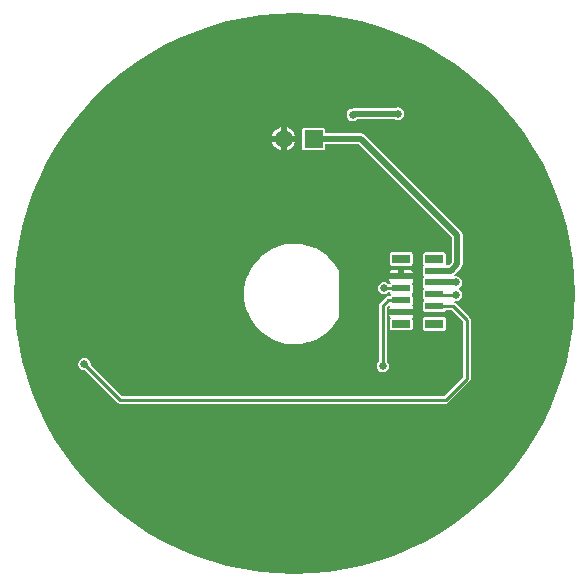
<source format=gbl>
G04 Layer_Physical_Order=2*
G04 Layer_Color=16711680*
%FSLAX25Y25*%
%MOIN*%
G70*
G01*
G75*
%ADD14C,0.01000*%
%ADD15C,0.02000*%
%ADD16C,0.05905*%
%ADD17R,0.05905X0.05905*%
%ADD18C,0.02500*%
%ADD19R,0.05905X0.02756*%
%ADD20R,0.05905X0.02362*%
%ADD21R,0.05905X0.03150*%
G36*
X5642Y93291D02*
X11263Y92780D01*
X16844Y91931D01*
X22362Y90746D01*
X27799Y89231D01*
X33135Y87389D01*
X38350Y85229D01*
X43425Y82758D01*
X48341Y79985D01*
X53081Y76921D01*
X57628Y73575D01*
X61964Y69962D01*
X66074Y66093D01*
X69943Y61983D01*
X73557Y57647D01*
X76902Y53100D01*
X79966Y48360D01*
X82739Y43444D01*
X85210Y38369D01*
X87370Y33154D01*
X89212Y27818D01*
X90727Y22381D01*
X91912Y16862D01*
X92761Y11282D01*
X93272Y5661D01*
X93441Y77D01*
X93429Y19D01*
X93441Y-39D01*
X93272Y-5623D01*
X92761Y-11244D01*
X91912Y-16825D01*
X90727Y-22343D01*
X89212Y-27781D01*
X87370Y-33116D01*
X85210Y-38331D01*
X82739Y-43406D01*
X79966Y-48322D01*
X76902Y-53063D01*
X73557Y-57609D01*
X69943Y-61945D01*
X66074Y-66055D01*
X61964Y-69924D01*
X57628Y-73538D01*
X53081Y-76883D01*
X48341Y-79948D01*
X43425Y-82720D01*
X38350Y-85191D01*
X33135Y-87352D01*
X27799Y-89193D01*
X22362Y-90709D01*
X16844Y-91893D01*
X11263Y-92742D01*
X5642Y-93253D01*
X58Y-93422D01*
X-0Y-93410D01*
X-58Y-93422D01*
X-5642Y-93253D01*
X-11263Y-92742D01*
X-16844Y-91893D01*
X-22362Y-90709D01*
X-27799Y-89193D01*
X-33135Y-87352D01*
X-38350Y-85191D01*
X-43425Y-82720D01*
X-48341Y-79948D01*
X-53082Y-76883D01*
X-57628Y-73538D01*
X-61964Y-69924D01*
X-66074Y-66055D01*
X-69943Y-61945D01*
X-73557Y-57609D01*
X-76902Y-53063D01*
X-79966Y-48322D01*
X-82739Y-43406D01*
X-85210Y-38331D01*
X-87370Y-33116D01*
X-89212Y-27781D01*
X-90727Y-22343D01*
X-91912Y-16825D01*
X-92761Y-11244D01*
X-93272Y-5623D01*
X-93441Y-39D01*
X-93429Y19D01*
X-93441Y77D01*
X-93272Y5661D01*
X-92761Y11282D01*
X-91912Y16862D01*
X-90727Y22381D01*
X-89212Y27818D01*
X-87370Y33154D01*
X-85210Y38369D01*
X-82739Y43444D01*
X-79966Y48360D01*
X-76902Y53100D01*
X-73557Y57647D01*
X-69943Y61983D01*
X-66074Y66093D01*
X-61964Y69962D01*
X-57628Y73575D01*
X-53082Y76921D01*
X-48341Y79985D01*
X-43425Y82758D01*
X-38350Y85229D01*
X-33135Y87389D01*
X-27799Y89231D01*
X-22362Y90746D01*
X-16844Y91931D01*
X-11263Y92780D01*
X-5642Y93291D01*
X-58Y93460D01*
X-0Y93448D01*
X58Y93460D01*
X5642Y93291D01*
D02*
G37*
%LPC*%
G36*
X34676Y7949D02*
X32724D01*
X32333Y7871D01*
X32003Y7650D01*
X31782Y7319D01*
X31704Y6929D01*
Y6748D01*
X34676D01*
Y7949D01*
D02*
G37*
G36*
X38629D02*
X36676D01*
Y6748D01*
X39649D01*
Y6929D01*
X39571Y7319D01*
X39350Y7650D01*
X39019Y7871D01*
X38629Y7949D01*
D02*
G37*
G36*
Y14044D02*
X32724D01*
X32412Y13982D01*
X32147Y13805D01*
X31970Y13541D01*
X31908Y13228D01*
Y10079D01*
X31970Y9767D01*
X32147Y9502D01*
X32412Y9325D01*
X32724Y9263D01*
X38629D01*
X38941Y9325D01*
X39206Y9502D01*
X39383Y9767D01*
X39445Y10079D01*
Y13228D01*
X39383Y13541D01*
X39206Y13805D01*
X38941Y13982D01*
X38629Y14044D01*
D02*
G37*
G36*
X49653Y-7609D02*
X43747D01*
X43435Y-7672D01*
X43170Y-7848D01*
X42994Y-8113D01*
X42932Y-8425D01*
Y-11575D01*
X42994Y-11887D01*
X43170Y-12152D01*
X43435Y-12328D01*
X43747Y-12391D01*
X49653D01*
X49965Y-12328D01*
X50230Y-12152D01*
X50406Y-11887D01*
X50468Y-11575D01*
Y-8425D01*
X50406Y-8113D01*
X50230Y-7848D01*
X49965Y-7672D01*
X49653Y-7609D01*
D02*
G37*
G36*
X39649Y-7063D02*
X35676D01*
X31704D01*
Y-7244D01*
X31782Y-7634D01*
X32003Y-7965D01*
X32139Y-8056D01*
X31970Y-8310D01*
X31908Y-8622D01*
Y-11378D01*
X31970Y-11690D01*
X32147Y-11955D01*
X32412Y-12132D01*
X32724Y-12194D01*
X38629D01*
X38941Y-12132D01*
X39206Y-11955D01*
X39383Y-11690D01*
X39445Y-11378D01*
Y-8622D01*
X39383Y-8310D01*
X39213Y-8056D01*
X39350Y-7965D01*
X39571Y-7634D01*
X39649Y-7244D01*
Y-7063D01*
D02*
G37*
G36*
X35676Y5748D02*
D01*
Y4748D01*
X31704D01*
Y4567D01*
X31782Y4177D01*
X31897Y4003D01*
X32089Y3670D01*
X31921Y3375D01*
X31387Y3364D01*
X31378Y3378D01*
X30700Y3831D01*
X29900Y3990D01*
X29100Y3831D01*
X28422Y3378D01*
X27969Y2700D01*
X27810Y1900D01*
X27969Y1100D01*
X28422Y422D01*
X29100Y-31D01*
X29900Y-190D01*
X30700Y-31D01*
X31378Y422D01*
X31435Y507D01*
X31935Y494D01*
X31970Y318D01*
X32147Y53D01*
Y-368D01*
X31970Y-633D01*
X31937Y-800D01*
X31374D01*
X30867Y-901D01*
X30437Y-1189D01*
X28563Y-3063D01*
X28275Y-3493D01*
X28174Y-4000D01*
Y-22520D01*
X28022Y-22622D01*
X27569Y-23300D01*
X27410Y-24100D01*
X27569Y-24900D01*
X28022Y-25578D01*
X28700Y-26031D01*
X29500Y-26190D01*
X30300Y-26031D01*
X30978Y-25578D01*
X31431Y-24900D01*
X31590Y-24100D01*
X31431Y-23300D01*
X30978Y-22622D01*
X30825Y-22520D01*
Y-4549D01*
X31260Y-4115D01*
X31550Y-4104D01*
X31843Y-4239D01*
X31868Y-4362D01*
X31782Y-4492D01*
X31704Y-4882D01*
Y-5063D01*
X35676D01*
X39649D01*
Y-4882D01*
X39571Y-4492D01*
X39455Y-4318D01*
X39206Y-3884D01*
X39383Y-3619D01*
X39445Y-3307D01*
Y-945D01*
X39383Y-633D01*
X39206Y-368D01*
Y53D01*
X39383Y318D01*
X39445Y630D01*
Y2992D01*
X39383Y3304D01*
X39206Y3569D01*
X39455Y4003D01*
X39571Y4177D01*
X39649Y4567D01*
Y4748D01*
X35676D01*
Y5748D01*
D02*
G37*
G36*
X9353Y55368D02*
X3447D01*
X3135Y55306D01*
X2871Y55129D01*
X2694Y54865D01*
X2632Y54553D01*
Y48647D01*
X2694Y48335D01*
X2871Y48070D01*
X3135Y47894D01*
X3447Y47832D01*
X9353D01*
X9665Y47894D01*
X9929Y48070D01*
X10106Y48335D01*
X10168Y48647D01*
Y49765D01*
X21440D01*
X52465Y18740D01*
Y10560D01*
X51456Y9552D01*
X50733D01*
X50597Y9723D01*
X50424Y10052D01*
X50468Y10276D01*
Y13032D01*
X50406Y13344D01*
X50230Y13608D01*
X49965Y13785D01*
X49653Y13847D01*
X43747D01*
X43435Y13785D01*
X43170Y13608D01*
X42994Y13344D01*
X42932Y13032D01*
Y10276D01*
X42994Y9963D01*
X42996Y9959D01*
X43130Y9587D01*
X42996Y9214D01*
X42994Y9210D01*
X42932Y8898D01*
Y6535D01*
X42994Y6223D01*
X43170Y5959D01*
Y5537D01*
X42994Y5273D01*
X42932Y4961D01*
Y2598D01*
X42994Y2286D01*
X43170Y2022D01*
Y1600D01*
X42994Y1336D01*
X42932Y1024D01*
Y-1339D01*
X42994Y-1651D01*
X43170Y-1915D01*
Y-2337D01*
X42994Y-2601D01*
X42932Y-2913D01*
Y-5276D01*
X42994Y-5588D01*
X43170Y-5852D01*
X43435Y-6029D01*
X43747Y-6091D01*
X49653D01*
X49965Y-6029D01*
X50230Y-5852D01*
X50406Y-5588D01*
X50440Y-5420D01*
X52245D01*
X56075Y-9249D01*
Y-27751D01*
X49851Y-33974D01*
X-57651D01*
X-67946Y-23680D01*
X-67910Y-23500D01*
X-68069Y-22700D01*
X-68522Y-22022D01*
X-69200Y-21569D01*
X-70000Y-21410D01*
X-70800Y-21569D01*
X-71478Y-22022D01*
X-71931Y-22700D01*
X-72090Y-23500D01*
X-71931Y-24300D01*
X-71478Y-24978D01*
X-70800Y-25431D01*
X-70000Y-25590D01*
X-69820Y-25554D01*
X-59137Y-36237D01*
X-58707Y-36525D01*
X-58200Y-36625D01*
X50400D01*
X50907Y-36525D01*
X51337Y-36237D01*
X58337Y-29237D01*
X58625Y-28807D01*
X58726Y-28300D01*
Y-8700D01*
X58625Y-8193D01*
X58337Y-7763D01*
X53732Y-3157D01*
X53439Y-2962D01*
X53302Y-2870D01*
X53423Y-2395D01*
X53581Y-2427D01*
X53900Y-2490D01*
X54700Y-2331D01*
X55378Y-1878D01*
X55831Y-1200D01*
X55990Y-400D01*
X55831Y400D01*
X55378Y1078D01*
X54863Y1422D01*
X54853Y1448D01*
Y1952D01*
X54863Y1978D01*
X55378Y2322D01*
X55831Y3000D01*
X55990Y3800D01*
X55831Y4600D01*
X55378Y5278D01*
X54700Y5731D01*
X53900Y5890D01*
X53506Y5812D01*
X53311Y6283D01*
X53514Y6419D01*
X55598Y8502D01*
X55996Y9098D01*
X56135Y9800D01*
Y19500D01*
X55996Y20202D01*
X55598Y20798D01*
X23498Y52898D01*
X22902Y53296D01*
X22200Y53435D01*
X10168D01*
Y54553D01*
X10106Y54865D01*
X9929Y55129D01*
X9665Y55306D01*
X9353Y55368D01*
D02*
G37*
G36*
X-4600Y55455D02*
X-4632Y55451D01*
X-5593Y55053D01*
X-6419Y54419D01*
X-7053Y53593D01*
X-7451Y52632D01*
X-7455Y52600D01*
X-4600D01*
Y55455D01*
D02*
G37*
G36*
X-2600Y55455D02*
Y52600D01*
X255D01*
X251Y52632D01*
X-147Y53593D01*
X-781Y54419D01*
X-1607Y55053D01*
X-2568Y55451D01*
X-2600Y55455D01*
D02*
G37*
G36*
X34500Y62090D02*
X33700Y61931D01*
X33557Y61835D01*
X19900D01*
X19198Y61696D01*
X19058Y61602D01*
X18700Y61531D01*
X18022Y61078D01*
X17569Y60400D01*
X17410Y59600D01*
X17569Y58800D01*
X18022Y58122D01*
X18700Y57669D01*
X19500Y57510D01*
X20300Y57669D01*
X20978Y58122D01*
X21007Y58165D01*
X33557D01*
X33700Y58069D01*
X34500Y57910D01*
X35300Y58069D01*
X35978Y58522D01*
X36431Y59200D01*
X36590Y60000D01*
X36431Y60800D01*
X35978Y61478D01*
X35300Y61931D01*
X34500Y62090D01*
D02*
G37*
G36*
X-139Y16663D02*
X-200Y16655D01*
X-260Y16661D01*
X-2616Y16455D01*
X-2674Y16439D01*
X-2735Y16436D01*
X-5034Y15884D01*
X-5090Y15859D01*
X-5149Y15847D01*
X-7342Y14961D01*
X-7393Y14928D01*
X-7450Y14908D01*
X-9487Y13708D01*
X-9533Y13667D01*
X-9587Y13639D01*
X-11424Y12150D01*
X-11463Y12103D01*
X-11512Y12067D01*
X-13109Y10323D01*
X-13140Y10271D01*
X-13184Y10228D01*
X-14505Y8268D01*
X-14529Y8212D01*
X-14565Y8163D01*
X-15582Y6028D01*
X-15597Y5969D01*
X-15626Y5915D01*
X-16316Y3654D01*
X-16322Y3593D01*
X-16342Y3536D01*
X-16691Y1197D01*
X-16688Y1136D01*
X-16699Y1077D01*
X-16698Y-1288D01*
X-16686Y-1348D01*
X-16689Y-1409D01*
X-16337Y-3747D01*
X-16317Y-3804D01*
X-16310Y-3865D01*
X-15617Y-6125D01*
X-15588Y-6179D01*
X-15573Y-6238D01*
X-14553Y-8371D01*
X-14517Y-8420D01*
X-14493Y-8476D01*
X-13169Y-10435D01*
X-13126Y-10478D01*
X-13094Y-10530D01*
X-11495Y-12271D01*
X-11445Y-12307D01*
X-11406Y-12354D01*
X-9567Y-13840D01*
X-9513Y-13868D01*
X-9467Y-13909D01*
X-7429Y-15106D01*
X-7371Y-15126D01*
X-7320Y-15159D01*
X-5127Y-16042D01*
X-5067Y-16054D01*
X-5011Y-16079D01*
X-2711Y-16628D01*
X-2651Y-16630D01*
X-2592Y-16647D01*
X-236Y-16849D01*
X-176Y-16843D01*
X-115Y-16851D01*
X2245Y-16703D01*
X2303Y-16687D01*
X2364Y-16686D01*
X4676Y-16191D01*
X4732Y-16166D01*
X4792Y-16157D01*
X7006Y-15324D01*
X7057Y-15292D01*
X7115Y-15274D01*
X9181Y-14123D01*
X9228Y-14084D01*
X9282Y-14057D01*
X11155Y-12614D01*
X11195Y-12568D01*
X11245Y-12533D01*
X12885Y-10829D01*
X12917Y-10778D01*
X12962Y-10736D01*
X14331Y-8808D01*
X14356Y-8752D01*
X14393Y-8704D01*
X14928Y-7650D01*
X14936Y-7620D01*
X14954Y-7593D01*
X14979Y-7467D01*
X15013Y-7343D01*
X15010Y-7312D01*
X15016Y-7281D01*
Y7119D01*
X15009Y7151D01*
X15013Y7182D01*
X14978Y7305D01*
X14954Y7431D01*
X14936Y7458D01*
X14927Y7489D01*
X14890Y7535D01*
X14381Y8537D01*
X14343Y8585D01*
X14318Y8641D01*
X12946Y10567D01*
X12902Y10608D01*
X12869Y10660D01*
X11228Y12361D01*
X11178Y12396D01*
X11137Y12442D01*
X9262Y13882D01*
X9208Y13909D01*
X9161Y13949D01*
X7094Y15096D01*
X7036Y15115D01*
X6984Y15147D01*
X4769Y15976D01*
X4709Y15985D01*
X4653Y16010D01*
X2341Y16502D01*
X2280Y16502D01*
X2221Y16518D01*
X-139Y16663D01*
D02*
G37*
G36*
X-4600Y50600D02*
X-7455D01*
X-7451Y50568D01*
X-7053Y49607D01*
X-6419Y48781D01*
X-5593Y48147D01*
X-4632Y47749D01*
X-4600Y47745D01*
Y50600D01*
D02*
G37*
G36*
X255D02*
X-2600D01*
Y47745D01*
X-2568Y47749D01*
X-1607Y48147D01*
X-781Y48781D01*
X-147Y49607D01*
X251Y50568D01*
X255Y50600D01*
D02*
G37*
%LPD*%
D14*
X31374Y-2126D02*
X35676D01*
X29500Y-4000D02*
X31374Y-2126D01*
X29500Y-24100D02*
Y-4000D01*
X-58200Y-35300D02*
X50400D01*
X-70000Y-23500D02*
X-58200Y-35300D01*
X50400D02*
X57400Y-28300D01*
X29900Y1900D02*
X35587D01*
X35676Y1811D01*
X46700Y-158D02*
X46942Y-400D01*
X53900D01*
X46700Y-4095D02*
X52794D01*
X57400Y-8700D01*
Y-28300D02*
Y-8700D01*
X46700Y3779D02*
X46720Y3800D01*
D15*
X19900Y60000D02*
X34500D01*
X19500Y59600D02*
X19900Y60000D01*
X22200Y51600D02*
X54300Y19500D01*
X6400Y51600D02*
X22200D01*
X46700Y7717D02*
X52217D01*
X54300Y9800D01*
Y19500D01*
X46720Y3800D02*
X53900D01*
D16*
X-3600Y51600D02*
D03*
D17*
X6400D02*
D03*
D18*
X29500Y-24100D02*
D03*
X34500Y60000D02*
D03*
X29900Y1900D02*
D03*
X19500Y59600D02*
D03*
X53900Y3800D02*
D03*
Y-400D02*
D03*
X-70000Y-23500D02*
D03*
X62300Y-1200D02*
D03*
X55500Y25100D02*
D03*
X65000Y-28300D02*
D03*
X50800Y-56200D02*
D03*
X-27000Y-19800D02*
D03*
X-55800Y-51300D02*
D03*
X-57700Y40000D02*
D03*
X15300Y66400D02*
D03*
X57300Y56100D02*
D03*
X40500Y-22800D02*
D03*
D19*
X46700Y11654D02*
D03*
X35676Y-10000D02*
D03*
D20*
X46700Y7717D02*
D03*
Y3779D02*
D03*
Y-158D02*
D03*
Y-4095D02*
D03*
X35676Y5748D02*
D03*
Y1811D02*
D03*
Y-2126D02*
D03*
Y-6063D02*
D03*
D21*
X46700Y-10000D02*
D03*
X35676Y11654D02*
D03*
M02*

</source>
